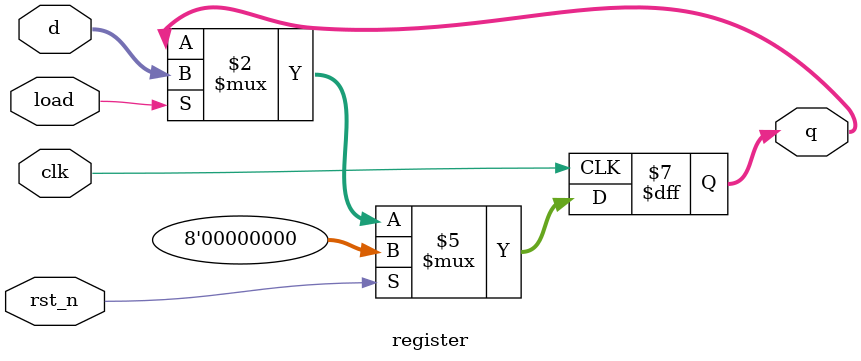
<source format=v>
`timescale 1ns / 1ps


module register(clk, rst_n, load, d, q);
    parameter WIDTH = 8;
    input clk, rst_n, load;
    input [WIDTH-1:0] d;
    output reg [WIDTH-1:0] q;
    always @(posedge clk) begin
        if (rst_n) q <= 0;
        else if (load) q <= d;
    end
endmodule

</source>
